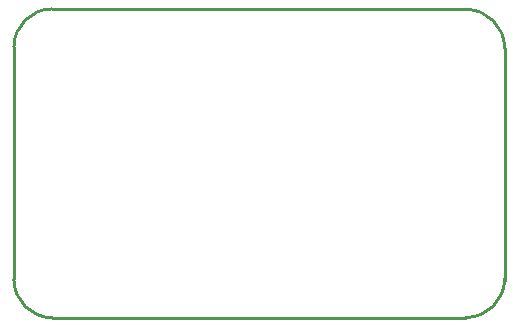
<source format=gko>
G04 Layer: BoardOutlineLayer*
G04 EasyEDA v6.5.40, 2024-02-03 19:01:27*
G04 629f34bd56064ca5b14c1ddf27600c48,2e16165ee3bb4678bfb3015e44e098b9,10*
G04 Gerber Generator version 0.2*
G04 Scale: 100 percent, Rotated: No, Reflected: No *
G04 Dimensions in millimeters *
G04 leading zeros omitted , absolute positions ,4 integer and 5 decimal *
%FSLAX45Y45*%
%MOMM*%

%ADD10C,0.2540*%
D10*
X3829992Y-2679997D02*
G01*
X325003Y-2679997D01*
X325003Y-65001D02*
G01*
X3829992Y-69999D01*
X0Y-390004D02*
G01*
X0Y-2352601D01*
X4154190Y-400199D02*
G01*
X4154995Y-2365499D01*
G75*
G01*
X3Y-390002D02*
G02*
X325001Y-65001I325000J0D01*
G75*
G01*
X4154990Y-2352799D02*
G02*
X3829992Y-2677800I-325000J0D01*
G75*
G01*
X325001Y-2679995D02*
G02*
X0Y-2354997I0J325001D01*
G75*
G01*
X3829992Y-70002D02*
G02*
X4154993Y-395000I0J-325001D01*

%LPD*%
M02*

</source>
